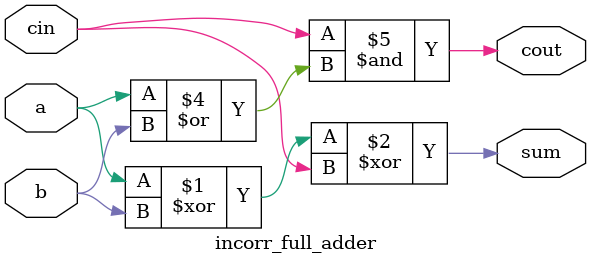
<source format=v>
module incorr_full_adder(a,b,cin,sum,cout);
input a,b,cin;
output sum,cout;
assign sum = a^b^cin;
assign cout = a&1'b0|cin&(a|b); 
// initial begin
//     $display("The incorrect adder with and0 having in2/0");
// end   
endmodule
</source>
